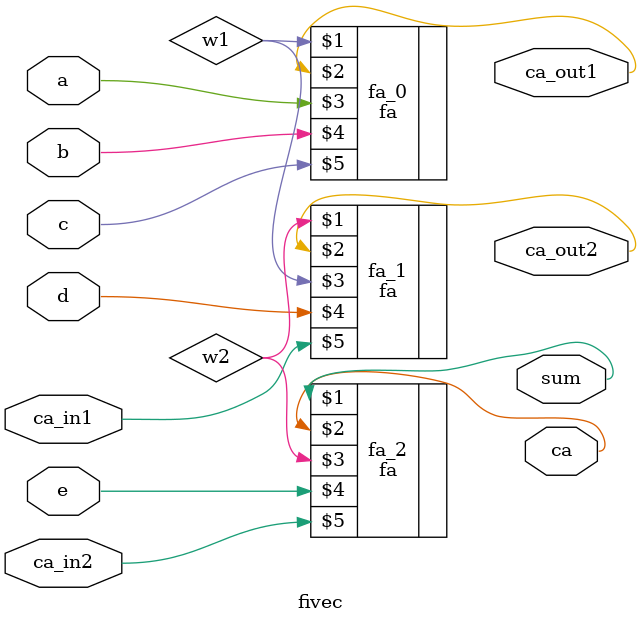
<source format=v>
`include "Compressors/f42.v"

module fivec(sum,ca,ca_out1,ca_out2,a,b,c,d,e,ca_in1,ca_in2);

input a,b,c,d,e,ca_in1,ca_in2;
output sum,ca,ca_out1,ca_out2;

wire w1,w2;

fa fa_0(w1,ca_out1,a,b,c);
fa fa_1(w2,ca_out2,w1,d,ca_in1);
fa fa_2(sum,ca,w2,e,ca_in2);


endmodule


</source>
